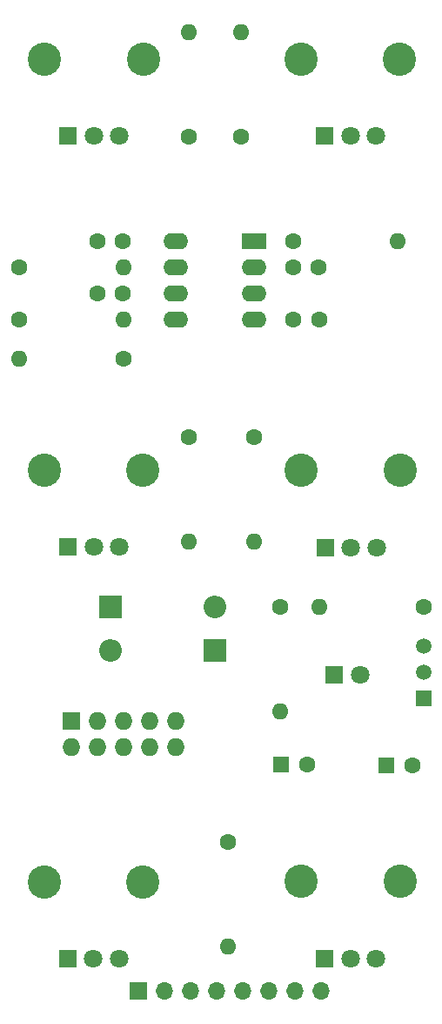
<source format=gbr>
%TF.GenerationSoftware,KiCad,Pcbnew,(5.1.9)-1*%
%TF.CreationDate,2021-08-22T20:59:49+01:00*%
%TF.ProjectId,KOSMOS Simple Mixer,4b4f534d-4f53-4205-9369-6d706c65204d,rev?*%
%TF.SameCoordinates,Original*%
%TF.FileFunction,Soldermask,Bot*%
%TF.FilePolarity,Negative*%
%FSLAX46Y46*%
G04 Gerber Fmt 4.6, Leading zero omitted, Abs format (unit mm)*
G04 Created by KiCad (PCBNEW (5.1.9)-1) date 2021-08-22 20:59:49*
%MOMM*%
%LPD*%
G01*
G04 APERTURE LIST*
%ADD10C,1.600000*%
%ADD11R,1.600000X1.600000*%
%ADD12R,2.200000X2.200000*%
%ADD13O,2.200000X2.200000*%
%ADD14R,1.800000X1.800000*%
%ADD15C,1.800000*%
%ADD16R,1.700000X1.700000*%
%ADD17O,1.700000X1.700000*%
%ADD18R,1.727200X1.727200*%
%ADD19O,1.727200X1.727200*%
%ADD20C,1.500000*%
%ADD21R,1.500000X1.500000*%
%ADD22O,1.600000X1.600000*%
%ADD23C,3.240000*%
%ADD24R,2.400000X1.600000*%
%ADD25O,2.400000X1.600000*%
G04 APERTURE END LIST*
D10*
%TO.C,C1*%
X50760000Y-54610000D03*
X48260000Y-54610000D03*
%TD*%
%TO.C,C2*%
X31710000Y-57150000D03*
X29210000Y-57150000D03*
%TD*%
D11*
%TO.C,C3*%
X47150000Y-102930000D03*
D10*
X49650000Y-102930000D03*
%TD*%
%TO.C,C4*%
X59860000Y-102990000D03*
D11*
X57360000Y-102990000D03*
%TD*%
D10*
%TO.C,C5*%
X29210000Y-52070000D03*
X31710000Y-52070000D03*
%TD*%
%TO.C,C6*%
X50800000Y-59690000D03*
X48300000Y-59690000D03*
%TD*%
D12*
%TO.C,D1*%
X40640000Y-91830000D03*
D13*
X30480000Y-91830000D03*
%TD*%
%TO.C,D2*%
X40640000Y-87630000D03*
D12*
X30480000Y-87630000D03*
%TD*%
D14*
%TO.C,D3*%
X52290000Y-94190000D03*
D15*
X54830000Y-94190000D03*
%TD*%
D16*
%TO.C,J1*%
X33230000Y-124947000D03*
D17*
X35770000Y-124947000D03*
X38310000Y-124947000D03*
X40850000Y-124947000D03*
X43390000Y-124947000D03*
X45930000Y-124947000D03*
X48470000Y-124947000D03*
X51010000Y-124947000D03*
%TD*%
D18*
%TO.C,J2*%
X26750000Y-98690000D03*
D19*
X26750000Y-101230000D03*
X29290000Y-98690000D03*
X29290000Y-101230000D03*
X31830000Y-98690000D03*
X31830000Y-101230000D03*
X34370000Y-98690000D03*
X34370000Y-101230000D03*
X36910000Y-98690000D03*
X36910000Y-101230000D03*
%TD*%
D20*
%TO.C,Q1*%
X60960000Y-93980000D03*
X60960000Y-91440000D03*
D21*
X60960000Y-96520000D03*
%TD*%
D22*
%TO.C,R1*%
X38100000Y-31750000D03*
D10*
X38100000Y-41910000D03*
%TD*%
D22*
%TO.C,R2*%
X43180000Y-31750000D03*
D10*
X43180000Y-41910000D03*
%TD*%
%TO.C,R3*%
X38100000Y-71120000D03*
D22*
X38100000Y-81280000D03*
%TD*%
D10*
%TO.C,R4*%
X44450000Y-71120000D03*
D22*
X44450000Y-81280000D03*
%TD*%
%TO.C,R5*%
X41910000Y-120650000D03*
D10*
X41910000Y-110490000D03*
%TD*%
D22*
%TO.C,R6*%
X50800000Y-87630000D03*
D10*
X60960000Y-87630000D03*
%TD*%
%TO.C,R7*%
X48260000Y-52070000D03*
D22*
X58420000Y-52070000D03*
%TD*%
%TO.C,R8*%
X21590000Y-63500000D03*
D10*
X31750000Y-63500000D03*
%TD*%
%TO.C,R9*%
X21590000Y-59690000D03*
D22*
X31750000Y-59690000D03*
%TD*%
%TO.C,R10*%
X31750000Y-54610000D03*
D10*
X21590000Y-54610000D03*
%TD*%
%TO.C,R11*%
X46990000Y-87630000D03*
D22*
X46990000Y-97790000D03*
%TD*%
D23*
%TO.C,RV1*%
X24100000Y-34340000D03*
X33700000Y-34340000D03*
D15*
X31400000Y-41840000D03*
X28900000Y-41840000D03*
D14*
X26400000Y-41840000D03*
%TD*%
%TO.C,RV2*%
X51360000Y-41840000D03*
D15*
X53860000Y-41840000D03*
X56360000Y-41840000D03*
D23*
X58660000Y-34340000D03*
X49060000Y-34340000D03*
%TD*%
%TO.C,RV3*%
X24090000Y-74300000D03*
X33690000Y-74300000D03*
D15*
X31390000Y-81800000D03*
X28890000Y-81800000D03*
D14*
X26390000Y-81800000D03*
%TD*%
%TO.C,RV4*%
X51400000Y-81830000D03*
D15*
X53900000Y-81830000D03*
X56400000Y-81830000D03*
D23*
X58700000Y-74330000D03*
X49100000Y-74330000D03*
%TD*%
D14*
%TO.C,RV5*%
X26360000Y-121830000D03*
D15*
X28860000Y-121830000D03*
X31360000Y-121830000D03*
D23*
X33660000Y-114330000D03*
X24060000Y-114330000D03*
%TD*%
%TO.C,RV7*%
X49080000Y-114310000D03*
X58680000Y-114310000D03*
D15*
X56380000Y-121810000D03*
X53880000Y-121810000D03*
D14*
X51380000Y-121810000D03*
%TD*%
D24*
%TO.C,U1*%
X44450000Y-52070000D03*
D25*
X36830000Y-59690000D03*
X44450000Y-54610000D03*
X36830000Y-57150000D03*
X44450000Y-57150000D03*
X36830000Y-54610000D03*
X44450000Y-59690000D03*
X36830000Y-52070000D03*
%TD*%
M02*

</source>
